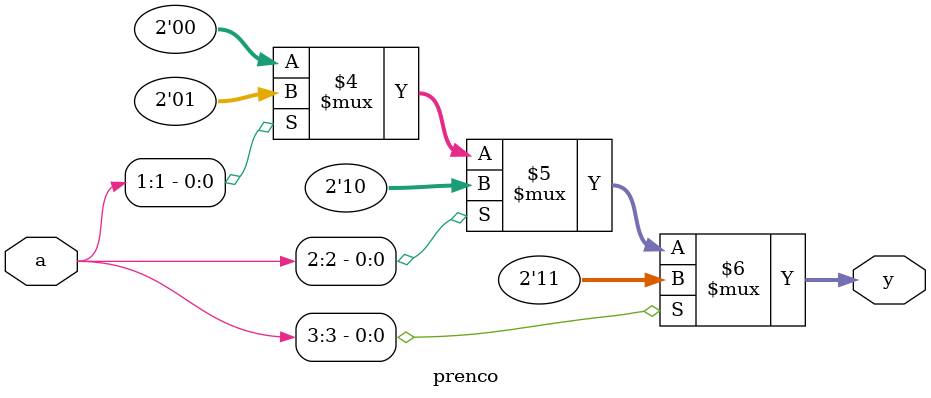
<source format=v>
module prenco(
input [3:0] a,
output [1:0] y);
assign y = (a[3]==1'b1)?2'b11:
           (a[2]==1'b1)?2'b10:
           (a[1]==1'b1)?2'b01: 2'b00;
endmodule

</source>
